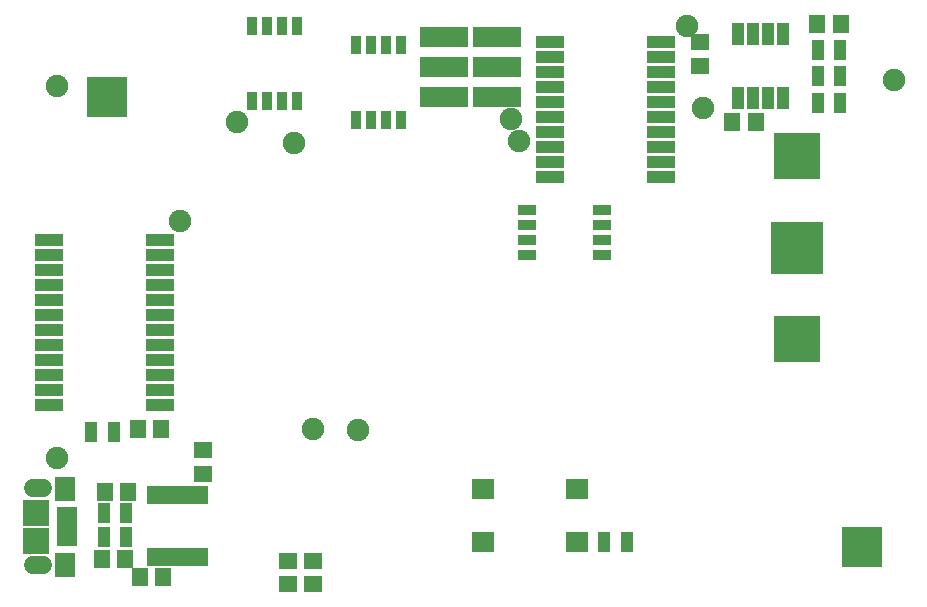
<source format=gbr>
G04 #@! TF.FileFunction,Soldermask,Top*
%FSLAX46Y46*%
G04 Gerber Fmt 4.6, Leading zero omitted, Abs format (unit mm)*
G04 Created by KiCad (PCBNEW 4.0.4-stable) date Saturday, September 24, 2016 'PMt' 11:11:41 PM*
%MOMM*%
%LPD*%
G01*
G04 APERTURE LIST*
%ADD10C,0.100000*%
%ADD11C,1.900000*%
%ADD12R,1.400000X1.650000*%
%ADD13R,1.650000X1.400000*%
%ADD14R,3.400000X3.400000*%
%ADD15R,0.908000X1.543000*%
%ADD16R,4.400000X4.400000*%
%ADD17R,4.000000X3.900000*%
%ADD18R,1.000000X1.950000*%
%ADD19R,1.543000X0.908000*%
%ADD20R,2.350000X1.000000*%
%ADD21R,1.950000X1.700000*%
%ADD22R,1.100000X1.700000*%
%ADD23R,1.750000X0.800000*%
%ADD24R,1.800000X2.000000*%
%ADD25R,2.300000X2.300000*%
%ADD26O,2.400000X1.520000*%
%ADD27R,2.400000X1.000000*%
%ADD28R,4.080000X1.670000*%
%ADD29R,0.800000X1.600000*%
G04 APERTURE END LIST*
D10*
D11*
X144068800Y-113385600D03*
X143408400Y-111506000D03*
D12*
X108728000Y-148793200D03*
X110728000Y-148793200D03*
D11*
X159613600Y-110591600D03*
X158292800Y-103632000D03*
X130403600Y-137871200D03*
X126593600Y-137769600D03*
D13*
X126593600Y-150910800D03*
X126593600Y-148910800D03*
D14*
X109169200Y-109677200D03*
X173075600Y-147726400D03*
D12*
X108982000Y-143103600D03*
X110982000Y-143103600D03*
D13*
X124460000Y-150910800D03*
X124460000Y-148910800D03*
D15*
X134048500Y-111569500D03*
X132778500Y-111569500D03*
X131508500Y-111569500D03*
X130238500Y-111569500D03*
X130238500Y-105219500D03*
X131508500Y-105219500D03*
X132778500Y-105219500D03*
X134048500Y-105219500D03*
D16*
X167576500Y-122428000D03*
D17*
X167576500Y-130178000D03*
X167576500Y-114678000D03*
D18*
X166370000Y-104361000D03*
X165100000Y-104361000D03*
X163830000Y-104361000D03*
X162560000Y-104361000D03*
X162560000Y-109761000D03*
X163830000Y-109761000D03*
X165100000Y-109761000D03*
X166370000Y-109761000D03*
D19*
X151066500Y-119253000D03*
X151066500Y-120523000D03*
X151066500Y-121793000D03*
X151066500Y-123063000D03*
X144716500Y-123063000D03*
X144716500Y-121793000D03*
X144716500Y-120523000D03*
X144716500Y-119253000D03*
D20*
X146684000Y-105029000D03*
X146684000Y-106299000D03*
X146684000Y-107569000D03*
X146684000Y-108839000D03*
X146684000Y-110109000D03*
X146684000Y-111379000D03*
X146684000Y-112649000D03*
X146684000Y-113919000D03*
X146684000Y-115189000D03*
X146684000Y-116459000D03*
X156084000Y-116459000D03*
X156084000Y-115189000D03*
X156084000Y-113919000D03*
X156084000Y-112649000D03*
X156084000Y-111379000D03*
X156084000Y-110109000D03*
X156084000Y-108839000D03*
X156084000Y-107569000D03*
X156084000Y-106299000D03*
X156084000Y-105029000D03*
D21*
X140995500Y-147347500D03*
X140995500Y-142847500D03*
X148945500Y-142847500D03*
X148945500Y-147347500D03*
D22*
X153159500Y-147320000D03*
X151259500Y-147320000D03*
X171257000Y-105664000D03*
X169357000Y-105664000D03*
X171257000Y-107886500D03*
X169357000Y-107886500D03*
X107825500Y-137985500D03*
X109725500Y-137985500D03*
X108905000Y-144907000D03*
X110805000Y-144907000D03*
D15*
X125222000Y-109982000D03*
X123952000Y-109982000D03*
X122682000Y-109982000D03*
X121412000Y-109982000D03*
X121412000Y-103632000D03*
X122682000Y-103632000D03*
X123952000Y-103632000D03*
X125222000Y-103632000D03*
D22*
X108905000Y-146939000D03*
X110805000Y-146939000D03*
D23*
X105799000Y-147350000D03*
X105799000Y-146700000D03*
X105799000Y-144750000D03*
X105799000Y-145400000D03*
D24*
X105574000Y-142850000D03*
D25*
X103124000Y-144850000D03*
D26*
X103324000Y-142795000D03*
X103324000Y-149305000D03*
D25*
X103124000Y-147250000D03*
D24*
X105574000Y-149250000D03*
D23*
X105799000Y-146050000D03*
D22*
X171257000Y-110172500D03*
X169357000Y-110172500D03*
D11*
X124968000Y-113538000D03*
X104902000Y-108712000D03*
X120142000Y-111760000D03*
X115316000Y-120142000D03*
X104902000Y-140208000D03*
X175768000Y-108204000D03*
D27*
X113666000Y-135763000D03*
X113666000Y-134493000D03*
X113666000Y-133223000D03*
X113666000Y-131953000D03*
X113666000Y-130683000D03*
X113666000Y-129413000D03*
X113666000Y-128143000D03*
X113666000Y-126873000D03*
X113666000Y-125603000D03*
X113666000Y-124333000D03*
X113666000Y-123063000D03*
X113666000Y-121793000D03*
X104266000Y-121793000D03*
X104266000Y-123063000D03*
X104266000Y-124333000D03*
X104266000Y-125603000D03*
X104266000Y-126873000D03*
X104266000Y-128143000D03*
X104266000Y-129413000D03*
X104266000Y-130683000D03*
X104266000Y-131953000D03*
X104266000Y-133223000D03*
X104266000Y-134493000D03*
X104266000Y-135763000D03*
D28*
X142174000Y-104546400D03*
X142174000Y-107086400D03*
X142174000Y-109626400D03*
X137734000Y-109626400D03*
X137734000Y-107086400D03*
X137734000Y-104546400D03*
D29*
X112903000Y-148586500D03*
X113538000Y-148586500D03*
X114173000Y-148586500D03*
X114808000Y-148586500D03*
X115443000Y-148586500D03*
X116078000Y-148586500D03*
X116713000Y-148586500D03*
X117348000Y-148586500D03*
X117348000Y-143386500D03*
X116713000Y-143386500D03*
X116078000Y-143386500D03*
X115443000Y-143386500D03*
X114808000Y-143386500D03*
X114173000Y-143386500D03*
X113538000Y-143386500D03*
X112903000Y-143386500D03*
D12*
X113937800Y-150317200D03*
X111937800Y-150317200D03*
X111776000Y-137795000D03*
X113776000Y-137795000D03*
X164093400Y-111760000D03*
X162093400Y-111760000D03*
X169307000Y-103441500D03*
X171307000Y-103441500D03*
D13*
X159410400Y-104994200D03*
X159410400Y-106994200D03*
X117297200Y-141563600D03*
X117297200Y-139563600D03*
M02*

</source>
